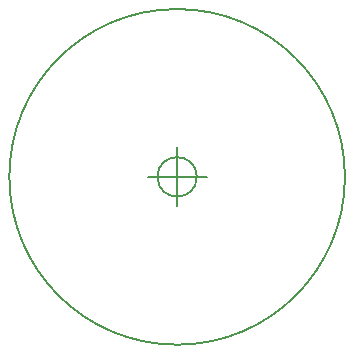
<source format=gbr>
G04 #@! TF.GenerationSoftware,KiCad,Pcbnew,no-vcs-found-5013ea2~58~ubuntu16.04.1*
G04 #@! TF.CreationDate,2017-05-24T10:44:45-06:00*
G04 #@! TF.ProjectId,HiBeam_8-pack_v02,48694265616D5F382D7061636B5F7630,rev?*
G04 #@! TF.FileFunction,Profile,NP*
%FSLAX46Y46*%
G04 Gerber Fmt 4.6, Leading zero omitted, Abs format (unit mm)*
G04 Created by KiCad (PCBNEW no-vcs-found-5013ea2~58~ubuntu16.04.1) date Wed May 24 10:44:45 2017*
%MOMM*%
%LPD*%
G01*
G04 APERTURE LIST*
%ADD10C,0.100000*%
%ADD11C,0.150000*%
G04 APERTURE END LIST*
D10*
D11*
X160891981Y-97790000D02*
G75*
G03X160891981Y-97790000I-14206981J0D01*
G01*
X148351666Y-97790000D02*
G75*
G03X148351666Y-97790000I-1666666J0D01*
G01*
X144185000Y-97790000D02*
X149185000Y-97790000D01*
X146685000Y-95290000D02*
X146685000Y-100290000D01*
M02*

</source>
